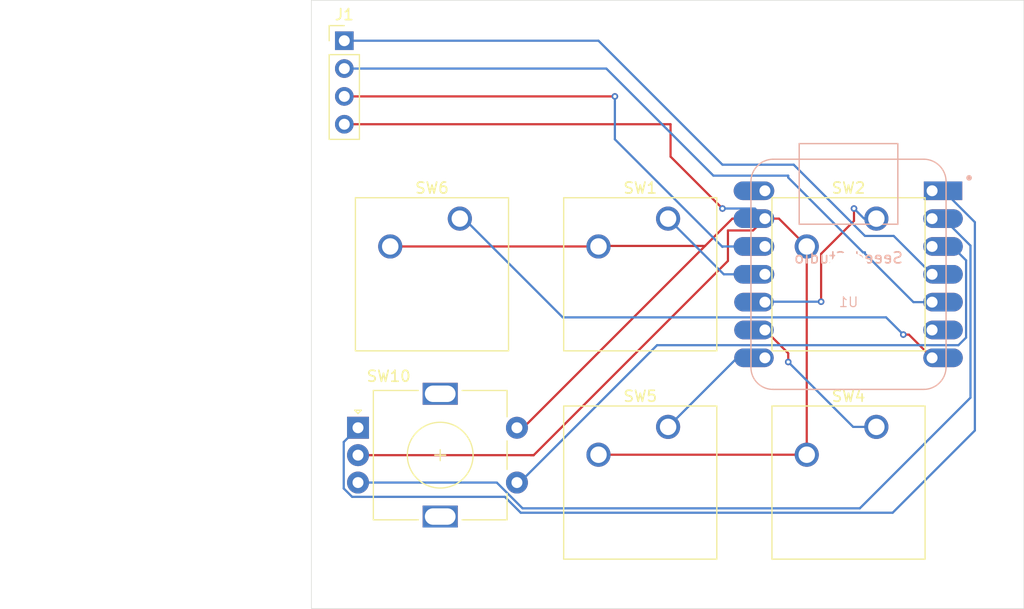
<source format=kicad_pcb>
(kicad_pcb (version 20241229) (generator "pcbnew") (generator_version "9.0")
  (layers (0 "F.Cu" signal) (2 "B.Cu" signal) (13 "F.Paste" user) (15 "B.Paste" user) (5 "F.SilkS" user "F.Silkscreen") (7 "B.SilkS" user "B.Silkscreen") (1 "F.Mask" user) (3 "B.Mask" user) (25 "Edge.Cuts" user))
  (net 0 "")
  (net 1 "Net-(U1-PA6_A10_D10_MOSI)")
  (net 2 "GND")
  (net 3 "Net-(U1-PA5_A9_D9_MISO)")
  (net 4 "Net-(U1-PA7_A8_D8_SCK)")
  (net 5 "Net-(U1-PB09_A7_D7_RX)")
  (net 6 "Net-(U1-PB08_A6_D6_TX)")
  (net 8 "Net-(U1-PA02_A0_D0)")
  (net 9 "Net-(U1-PA4_A1_D1)")
  (net 10 "Net-(U1-PA10_A2_D2)")
  (footprint "Button_Switch_Keyboard:SW_Cherry_MX_1.00u_PCB" (layer "F.Cu") (at 105.54 57.92)
    (property "Reference" "SW6" (at -2.54 -2.794 0) (layer "F.SilkS"))
    (property "Value" "SW_Push")
    (fp_line (start -9.525 -1.905) (end 4.445 -1.905) (stroke (width 0.12)) (layer "F.SilkS"))
    (fp_line (start -9.525 12.065) (end -9.525 -1.905) (stroke (width 0.12)) (layer "F.SilkS"))
    (fp_line (start 4.445 -1.905) (end 4.445 12.065) (stroke (width 0.12)) (layer "F.SilkS"))
    (fp_line (start 4.445 12.065) (end -9.525 12.065) (stroke (width 0.12)) (layer "F.SilkS"))
    (pad "" np_thru_hole circle (at -7.62 5.08) (size 1.7 1.7) (drill 1.7) (layers "*.Cu" "*.Mask"))
    (pad "" np_thru_hole circle (at -2.54 5.08) (size 4 4) (drill 4) (layers "*.Cu" "*.Mask"))
    (pad "" np_thru_hole circle (at 2.54 5.08) (size 1.7 1.7) (drill 1.7) (layers "*.Cu" "*.Mask"))
    (pad "1" thru_hole circle (at 0 0) (size 2.2 2.2) (drill 1.5) (layers "*.Cu" "*.Mask") (net 6 "Net-(U1-PB08_A6_D6_TX)"))
    (pad "2" thru_hole circle (at -6.35 2.54) (size 2.2 2.2) (drill 1.5) (layers "*.Cu" "*.Mask") (net 2 "GND"))
  )
  (footprint "Button_Switch_Keyboard:SW_Cherry_MX_1.00u_PCB" (layer "F.Cu") (at 124.54 57.92)
    (property "Reference" "SW1" (at -2.54 -2.794 0) (layer "F.SilkS"))
    (property "Value" "SW_Push")
    (fp_line (start -9.525 -1.905) (end 4.445 -1.905) (stroke (width 0.12)) (layer "F.SilkS"))
    (fp_line (start -9.525 12.065) (end -9.525 -1.905) (stroke (width 0.12)) (layer "F.SilkS"))
    (fp_line (start 4.445 -1.905) (end 4.445 12.065) (stroke (width 0.12)) (layer "F.SilkS"))
    (fp_line (start 4.445 12.065) (end -9.525 12.065) (stroke (width 0.12)) (layer "F.SilkS"))
    (pad "" np_thru_hole circle (at -7.62 5.08) (size 1.7 1.7) (drill 1.7) (layers "*.Cu" "*.Mask"))
    (pad "" np_thru_hole circle (at -2.54 5.08) (size 4 4) (drill 4) (layers "*.Cu" "*.Mask"))
    (pad "" np_thru_hole circle (at 2.54 5.08) (size 1.7 1.7) (drill 1.7) (layers "*.Cu" "*.Mask"))
    (pad "1" thru_hole circle (at 0 0) (size 2.2 2.2) (drill 1.5) (layers "*.Cu" "*.Mask") (net 1 "Net-(U1-PA6_A10_D10_MOSI)"))
    (pad "2" thru_hole circle (at -6.35 2.54) (size 2.2 2.2) (drill 1.5) (layers "*.Cu" "*.Mask") (net 2 "GND"))
  )
  (footprint "Button_Switch_Keyboard:SW_Cherry_MX_1.00u_PCB" (layer "F.Cu") (at 143.54 76.92)
    (property "Reference" "SW4" (at -2.54 -2.794 0) (layer "F.SilkS"))
    (property "Value" "SW_Push")
    (fp_line (start -9.525 -1.905) (end 4.445 -1.905) (stroke (width 0.12)) (layer "F.SilkS"))
    (fp_line (start -9.525 12.065) (end -9.525 -1.905) (stroke (width 0.12)) (layer "F.SilkS"))
    (fp_line (start 4.445 -1.905) (end 4.445 12.065) (stroke (width 0.12)) (layer "F.SilkS"))
    (fp_line (start 4.445 12.065) (end -9.525 12.065) (stroke (width 0.12)) (layer "F.SilkS"))
    (pad "" np_thru_hole circle (at -7.62 5.08) (size 1.7 1.7) (drill 1.7) (layers "*.Cu" "*.Mask"))
    (pad "" np_thru_hole circle (at -2.54 5.08) (size 4 4) (drill 4) (layers "*.Cu" "*.Mask"))
    (pad "" np_thru_hole circle (at 2.54 5.08) (size 1.7 1.7) (drill 1.7) (layers "*.Cu" "*.Mask"))
    (pad "1" thru_hole circle (at 0 0) (size 2.2 2.2) (drill 1.5) (layers "*.Cu" "*.Mask") (net 4 "Net-(U1-PA7_A8_D8_SCK)"))
    (pad "2" thru_hole circle (at -6.35 2.54) (size 2.2 2.2) (drill 1.5) (layers "*.Cu" "*.Mask") (net 2 "GND"))
  )
  (footprint "Connector_PinHeader_2.54mm:PinHeader_1x04_P2.54mm_Vertical" (layer "F.Cu") (at 95 41.69)
    (property "Reference" "J1" (at 0 -2.38 0) (layer "F.SilkS"))
    (property "Value" "Conn_01x04_MountingPin")
    (fp_line (start -1.38 -1.38) (end 0 -1.38) (stroke (width 0.12)) (layer "F.SilkS"))
    (fp_line (start -1.38 0) (end -1.38 -1.38) (stroke (width 0.12)) (layer "F.SilkS"))
    (fp_line (start -1.38 1.27) (end -1.38 9) (stroke (width 0.12)) (layer "F.SilkS"))
    (fp_line (start -1.38 1.27) (end 1.38 1.27) (stroke (width 0.12)) (layer "F.SilkS"))
    (fp_line (start -1.38 9) (end 1.38 9) (stroke (width 0.12)) (layer "F.SilkS"))
    (fp_line (start 1.38 1.27) (end 1.38 9) (stroke (width 0.12)) (layer "F.SilkS"))
    (pad "1" thru_hole rect (at 0 0) (size 1.7 1.7) (drill 1) (layers "*.Cu" "*.Mask") (net 2 "GND"))
    (pad "2" thru_hole circle (at 0 2.54) (size 1.7 1.7) (drill 1) (layers "*.Cu" "*.Mask") (net 2 "GND"))
    (pad "3" thru_hole circle (at 0 5.08) (size 1.7 1.7) (drill 1) (layers "*.Cu" "*.Mask") (net 2 "GND"))
    (pad "4" thru_hole circle (at 0 7.62) (size 1.7 1.7) (drill 1) (layers "*.Cu" "*.Mask") (net 2 "GND"))
  )
  (footprint "Button_Switch_Keyboard:SW_Cherry_MX_1.00u_PCB" (layer "F.Cu") (at 124.54 76.92)
    (property "Reference" "SW5" (at -2.54 -2.794 0) (layer "F.SilkS"))
    (property "Value" "SW_Push")
    (fp_line (start -9.525 -1.905) (end 4.445 -1.905) (stroke (width 0.12)) (layer "F.SilkS"))
    (fp_line (start -9.525 12.065) (end -9.525 -1.905) (stroke (width 0.12)) (layer "F.SilkS"))
    (fp_line (start 4.445 -1.905) (end 4.445 12.065) (stroke (width 0.12)) (layer "F.SilkS"))
    (fp_line (start 4.445 12.065) (end -9.525 12.065) (stroke (width 0.12)) (layer "F.SilkS"))
    (pad "" np_thru_hole circle (at -7.62 5.08) (size 1.7 1.7) (drill 1.7) (layers "*.Cu" "*.Mask"))
    (pad "" np_thru_hole circle (at -2.54 5.08) (size 4 4) (drill 4) (layers "*.Cu" "*.Mask"))
    (pad "" np_thru_hole circle (at 2.54 5.08) (size 1.7 1.7) (drill 1.7) (layers "*.Cu" "*.Mask"))
    (pad "1" thru_hole circle (at 0 0) (size 2.2 2.2) (drill 1.5) (layers "*.Cu" "*.Mask") (net 5 "Net-(U1-PB09_A7_D7_RX)"))
    (pad "2" thru_hole circle (at -6.35 2.54) (size 2.2 2.2) (drill 1.5) (layers "*.Cu" "*.Mask") (net 2 "GND"))
  )
  (footprint "Button_Switch_Keyboard:SW_Cherry_MX_1.00u_PCB" (layer "F.Cu") (at 143.54 57.92)
    (property "Reference" "SW2" (at -2.54 -2.794 0) (layer "F.SilkS"))
    (property "Value" "SW_Push")
    (fp_line (start -9.525 -1.905) (end 4.445 -1.905) (stroke (width 0.12)) (layer "F.SilkS"))
    (fp_line (start -9.525 12.065) (end -9.525 -1.905) (stroke (width 0.12)) (layer "F.SilkS"))
    (fp_line (start 4.445 -1.905) (end 4.445 12.065) (stroke (width 0.12)) (layer "F.SilkS"))
    (fp_line (start 4.445 12.065) (end -9.525 12.065) (stroke (width 0.12)) (layer "F.SilkS"))
    (pad "" np_thru_hole circle (at -7.62 5.08) (size 1.7 1.7) (drill 1.7) (layers "*.Cu" "*.Mask"))
    (pad "" np_thru_hole circle (at -2.54 5.08) (size 4 4) (drill 4) (layers "*.Cu" "*.Mask"))
    (pad "" np_thru_hole circle (at 2.54 5.08) (size 1.7 1.7) (drill 1.7) (layers "*.Cu" "*.Mask"))
    (pad "1" thru_hole circle (at 0 0) (size 2.2 2.2) (drill 1.5) (layers "*.Cu" "*.Mask") (net 3 "Net-(U1-PA5_A9_D9_MISO)"))
    (pad "2" thru_hole circle (at -6.35 2.54) (size 2.2 2.2) (drill 1.5) (layers "*.Cu" "*.Mask") (net 2 "GND"))
  )
  (footprint "Rotary_Encoder:RotaryEncoder_Alps_EC11E-Switch_Vertical_H20mm" (layer "F.Cu") (at 96.25 77)
    (property "Reference" "SW10" (at 2.8 -4.7 0) (layer "F.SilkS"))
    (property "Value" "RotaryEncoder_Switch")
    (fp_line (start -0.3 -1.6) (end 0.3 -1.6) (stroke (width 0.12)) (layer "F.SilkS"))
    (fp_line (start 0 -1.3) (end -0.3 -1.6) (stroke (width 0.12)) (layer "F.SilkS"))
    (fp_line (start 0.3 -1.6) (end 0 -1.3) (stroke (width 0.12)) (layer "F.SilkS"))
    (fp_line (start 1.4 -3.4) (end 1.4 8.4) (stroke (width 0.12)) (layer "F.SilkS"))
    (fp_line (start 5.5 -3.4) (end 1.4 -3.4) (stroke (width 0.12)) (layer "F.SilkS"))
    (fp_line (start 5.5 8.4) (end 1.4 8.4) (stroke (width 0.12)) (layer "F.SilkS"))
    (fp_line (start 7 2.5) (end 8 2.5) (stroke (width 0.12)) (layer "F.SilkS"))
    (fp_line (start 7.5 2) (end 7.5 3) (stroke (width 0.12)) (layer "F.SilkS"))
    (fp_line (start 9.5 -3.4) (end 13.6 -3.4) (stroke (width 0.12)) (layer "F.SilkS"))
    (fp_line (start 13.6 -3.4) (end 13.6 -1) (stroke (width 0.12)) (layer "F.SilkS"))
    (fp_line (start 13.6 1.2) (end 13.6 3.8) (stroke (width 0.12)) (layer "F.SilkS"))
    (fp_line (start 13.6 6) (end 13.6 8.4) (stroke (width 0.12)) (layer "F.SilkS"))
    (fp_line (start 13.6 8.4) (end 9.5 8.4) (stroke (width 0.12)) (layer "F.SilkS"))
    (fp_circle (center 7.5 2.5) (end 10.5 2.5) (stroke (width 0.12)) (fill no) (layer "F.SilkS"))
    (pad "A" thru_hole rect (at 0 0) (size 2 2) (drill 1) (layers "*.Cu" "*.Mask") (net 8 "Net-(U1-PA02_A0_D0)"))
    (pad "B" thru_hole circle (at 0 5) (size 2 2) (drill 1) (layers "*.Cu" "*.Mask") (net 9 "Net-(U1-PA4_A1_D1)"))
    (pad "C" thru_hole circle (at 0 2.5) (size 2 2) (drill 1) (layers "*.Cu" "*.Mask") (net 2 "GND"))
    (pad "MP" thru_hole rect (at 7.5 -3.1) (size 3.2 2) (drill oval 2.8 1.5) (layers "*.Cu" "*.Mask"))
    (pad "MP" thru_hole rect (at 7.5 8.1) (size 3.2 2) (drill oval 2.8 1.5) (layers "*.Cu" "*.Mask"))
    (pad "S1" thru_hole circle (at 14.5 5) (size 2 2) (drill 1) (layers "*.Cu" "*.Mask") (net 10 "Net-(U1-PA10_A2_D2)"))
    (pad "S2" thru_hole circle (at 14.5 0) (size 2 2) (drill 1) (layers "*.Cu" "*.Mask") (net 2 "GND"))
  )
  (footprint "footprints:XIAO-Generic-Hybrid-14P-2.54-21X17.8MM" (layer "B.Cu") (at 141 63 180)
    (property "Reference" "U1" (at 0 -2.54 0) (layer "B.SilkS") (effects (font (size 0.889 0.889) (thickness 0.1016)) (justify mirror)))
    (property "Value" "MOUDLE-SEEEDUINO-XIAO" (hide yes))
    (fp_line (start 8.9 -8.5) (end 8.9 8.5) (stroke (width 0.127)) (layer "B.SilkS"))
    (fp_line (start 6.9 10.49909) (end -6.9 10.49909) (stroke (width 0.127)) (layer "B.SilkS"))
    (fp_line (start 4.5 11.92403) (end 4.5 4.57073) (stroke (width 0.127)) (layer "B.SilkS"))
    (fp_line (start 4.5 4.57073) (end -4.5 4.57073) (stroke (width 0.127)) (layer "B.SilkS"))
    (fp_line (start -4.5 11.92403) (end 4.5 11.92403) (stroke (width 0.127)) (layer "B.SilkS"))
    (fp_line (start -4.5 4.57073) (end -4.5 11.92403) (stroke (width 0.127)) (layer "B.SilkS"))
    (fp_line (start -6.9 -10.5) (end 6.9 -10.5) (stroke (width 0.127)) (layer "B.SilkS"))
    (fp_line (start -8.9 8.5) (end -8.9 -8.5) (stroke (width 0.127)) (layer "B.SilkS"))
    (fp_arc (start 8.9 8.5) (mid 8.301492 9.901492) (end 6.9 10.5) (stroke (width 0.12)) (layer "B.SilkS"))
    (fp_arc (start 6.9 -10.5) (mid 8.314214 -9.914214) (end 8.9 -8.5) (stroke (width 0.12)) (layer "B.SilkS"))
    (fp_arc (start -6.9 10.5) (mid -8.301491 9.901491) (end -8.9 8.5) (stroke (width 0.12)) (layer "B.SilkS"))
    (fp_arc (start -8.9 -8.5) (mid -8.301423 -9.901423) (end -6.9 -10.5) (stroke (width 0.12)) (layer "B.SilkS"))
    (fp_circle (center -11 8.8) (end -11 9.054) (fill yes) (layer "B.SilkS"))
    (fp_poly (pts (xy -8.887715 8.561705) (xy -8.884667 8.610473) (xy -8.880603 8.659494)) (stroke (width 0.0254)) (fill no) (layer "B.SilkS"))
    (fp_poly (pts (xy 8.889492 -8.521574) (xy 8.887713 -8.57085) (xy 8.884665 -8.619618) (xy 8.880601 -8.668639) (xy 8.875268 -8.717407) (xy 8.868664 -8.766175) (xy 8.861044 -8.81469) (xy 8.852153 -8.86295) (xy 8.842248 -8.910955)) (stroke (width 0.0254)) (fill no) (layer "B.SilkS"))
    (fp_text user "Seeed Studio" (at 0 1.5 0) (layer "B.SilkS") (effects (justify mirror)))
    (fp_text user "XIAO" (at 0 -0.5 0) (layer "B.SilkS") (effects (justify mirror)))
    (pad "1" thru_hole rect (at -7.625 7.62 180) (size 3.5 1.7) (drill 1 (offset -1 0)) (layers "*.Cu" "*.Mask") (net 8 "Net-(U1-PA02_A0_D0)"))
    (pad "2" thru_hole oval (at -7.625 5.08 180) (size 3.6 1.7) (drill 1 (offset -1 0)) (layers "*.Cu" "*.Mask") (net 9 "Net-(U1-PA4_A1_D1)"))
    (pad "3" thru_hole oval (at -7.625 2.54 180) (size 3.6 1.7) (drill 1 (offset -1 0)) (layers "*.Cu" "*.Mask") (net 10 "Net-(U1-PA10_A2_D2)"))
    (pad "4" thru_hole oval (at -7.625 0 180) (size 3.6 1.7) (drill 1 (offset -1 0)) (layers "*.Cu" "*.Mask") (net 2 "GND"))
    (pad "5" thru_hole oval (at -7.625 -2.54 180) (size 3.6 1.7) (drill 1 (offset -1 0)) (layers "*.Cu" "*.Mask") (net 2 "GND"))
    (pad "6" thru_hole oval (at -7.625 -5.08) (size 3.6 1.7) (drill 1 (offset 1 0)) (layers "*.Cu" "*.Mask"))
    (pad "7" thru_hole oval (at -7.625 -7.62 180) (size 3.6 1.7) (drill 1 (offset -1 0)) (layers "*.Cu" "*.Mask") (net 6 "Net-(U1-PB08_A6_D6_TX)"))
    (pad "8" thru_hole oval (at 7.625 -7.62 180) (size 3.6 1.7) (drill 1 (offset 1 0)) (layers "*.Cu" "*.Mask") (net 5 "Net-(U1-PB09_A7_D7_RX)"))
    (pad "9" thru_hole oval (at 7.625 -5.08 180) (size 3.6 1.7) (drill 1 (offset 1 0)) (layers "*.Cu" "*.Mask") (net 4 "Net-(U1-PA7_A8_D8_SCK)"))
    (pad "10" thru_hole oval (at 7.625 -2.54 180) (size 3.6 1.7) (drill 1 (offset 1 0)) (layers "*.Cu" "*.Mask") (net 3 "Net-(U1-PA5_A9_D9_MISO)"))
    (pad "11" thru_hole oval (at 7.625 0 180) (size 3.7 1.7) (drill 1 (offset 1 0)) (layers "*.Cu" "*.Mask") (net 1 "Net-(U1-PA6_A10_D10_MOSI)"))
    (pad "12" thru_hole oval (at 7.625 2.54 180) (size 3.7 1.7) (drill 1 (offset 1 0)) (layers "*.Cu" "*.Mask") (net 2 "GND"))
    (pad "13" thru_hole oval (at 7.625 5.08 180) (size 3.7 1.7) (drill 1 (offset 1 0)) (layers "*.Cu" "*.Mask") (net 2 "GND"))
    (pad "14" thru_hole oval (at 7.625 7.62 180) (size 3.7 1.7) (drill 1 (offset 1 0)) (layers "*.Cu" "*.Mask") (net 2 "GND"))
  )
  (gr_rect (start 92 38) (end 157 93.5) (stroke (width 0.05)) (fill no) (layer "Edge.Cuts"))
  (segment (start 124.54 57.92) (end 129.62 63) (width 0.2) (layer "B.Cu") (net 1))
  (segment (start 129.62 63) (end 133.375 63) (width 0.2) (layer "B.Cu") (net 1))
  (segment (start 132.295 59) (end 133.375 57.92) (width 0.2) (layer "F.Cu") (net 2))
  (segment (start 95 49.31) (end 124.765 49.31) (width 0.2) (layer "F.Cu") (net 2))
  (segment (start 130 61.77847) (end 130 59) (width 0.2) (layer "F.Cu") (net 2))
  (segment (start 112.27847 79.5) (end 130 61.77847) (width 0.2) (layer "F.Cu") (net 2))
  (segment (start 118.237592 60.412408) (end 127.912408 60.412408) (width 0.2) (layer "F.Cu") (net 2))
  (segment (start 124.765 52.265) (end 129.5 57) (width 0.2) (layer "F.Cu") (net 2))
  (segment (start 124.765 49.31) (end 124.765 52.265) (width 0.2) (layer "F.Cu") (net 2))
  (segment (start 110.75 77) (end 111.324816 77) (width 0.2) (layer "F.Cu") (net 2))
  (segment (start 99.19 60.46) (end 118.19 60.46) (width 0.2) (layer "F.Cu") (net 2))
  (segment (start 96.25 79.5) (end 112.27847 79.5) (width 0.2) (layer "F.Cu") (net 2))
  (segment (start 137.19 79.46) (end 137.19 60.46) (width 0.2) (layer "F.Cu") (net 2))
  (segment (start 95 46.77) (end 119.685 46.77) (width 0.2) (layer "F.Cu") (net 2))
  (segment (start 137.19 79.46) (end 118.19 79.46) (width 0.2) (layer "F.Cu") (net 2))
  (segment (start 134.65 57.92) (end 133.375 57.92) (width 0.2) (layer "F.Cu") (net 2))
  (segment (start 112.27847 79.5) (end 112 79.5) (width 0.2) (layer "F.Cu") (net 2))
  (segment (start 127.912408 60.412408) (end 130.404816 57.92) (width 0.2) (layer "F.Cu") (net 2))
  (segment (start 137.19 60.46) (end 134.65 57.92) (width 0.2) (layer "F.Cu") (net 2))
  (segment (start 118.19 60.46) (end 118.237592 60.412408) (width 0.2) (layer "F.Cu") (net 2))
  (segment (start 133.375 58.40347) (end 133.375 57.92) (width 0.2) (layer "F.Cu") (net 2))
  (segment (start 130 59) (end 132.295 59) (width 0.2) (layer "F.Cu") (net 2))
  (segment (start 111.324816 77) (end 127.912408 60.412408) (width 0.2) (layer "F.Cu") (net 2))
  (segment (start 133.375 57.92) (end 130.404816 57.92) (width 0.2) (layer "F.Cu") (net 2))
  (via (at 129.5 57) (size 0.6) (drill 0.3) (layers "F.Cu" "B.Cu") (net 2))
  (via (at 119.685 46.77) (size 0.6) (drill 0.3) (layers "F.Cu" "B.Cu") (net 2))
  (segment (start 135.5 54) (end 135.5 54.175184) (width 0.2) (layer "B.Cu") (net 2))
  (segment (start 128.675184 54) (end 135.5 54) (width 0.2) (layer "B.Cu") (net 2))
  (segment (start 145.125 59.5) (end 148.625 63) (width 0.2) (layer "B.Cu") (net 2))
  (segment (start 136 53) (end 142.5 59.5) (width 0.2) (layer "B.Cu") (net 2))
  (segment (start 142.5 61) (end 142.5 61.11847) (width 0.2) (layer "B.Cu") (net 2))
  (segment (start 142.324816 61) (end 142.5 61) (width 0.2) (layer "B.Cu") (net 2))
  (segment (start 146.92153 65.54) (end 148.625 65.54) (width 0.2) (layer "B.Cu") (net 2))
  (segment (start 129.5 53) (end 136 53) (width 0.2) (layer "B.Cu") (net 2))
  (segment (start 129.54 60.46) (end 133.375 60.46) (width 0.2) (layer "B.Cu") (net 2))
  (segment (start 129.5 57) (end 132.455 57) (width 0.2) (layer "B.Cu") (net 2))
  (segment (start 95 44.23) (end 118.905184 44.23) (width 0.2) (layer "B.Cu") (net 2))
  (segment (start 142.5 61.11847) (end 146.92153 65.54) (width 0.2) (layer "B.Cu") (net 2))
  (segment (start 95 41.69) (end 118.19 41.69) (width 0.2) (layer "B.Cu") (net 2))
  (segment (start 118.19 41.69) (end 129.5 53) (width 0.2) (layer "B.Cu") (net 2))
  (segment (start 118.905184 44.23) (end 128.675184 54) (width 0.2) (layer "B.Cu") (net 2))
  (segment (start 119.685 50.685) (end 129.5 60.5) (width 0.2) (layer "B.Cu") (net 2))
  (segment (start 142.5 59.5) (end 145.125 59.5) (width 0.2) (layer "B.Cu") (net 2))
  (segment (start 129.5 60.5) (end 129.54 60.46) (width 0.2) (layer "B.Cu") (net 2))
  (segment (start 132.455 57) (end 133.375 57.92) (width 0.2) (layer "B.Cu") (net 2))
  (segment (start 119.685 46.77) (end 119.685 50.685) (width 0.2) (layer "B.Cu") (net 2))
  (segment (start 135.5 54.175184) (end 142.324816 61) (width 0.2) (layer "B.Cu") (net 2))
  (segment (start 141.5 57) (end 141.5 58.131314) (width 0.2) (layer "F.Cu") (net 3))
  (segment (start 141.5 58.131314) (end 138.5 61.131314) (width 0.2) (layer "F.Cu") (net 3))
  (segment (start 138.5 61.131314) (end 138.5 65.5) (width 0.2) (layer "F.Cu") (net 3))
  (via (at 138.5 65.5) (size 0.6) (drill 0.3) (layers "F.Cu" "B.Cu") (net 3))
  (via (at 141.5 57) (size 0.6) (drill 0.3) (layers "F.Cu" "B.Cu") (net 3))
  (segment (start 142.42 57.92) (end 141.5 57) (width 0.2) (layer "B.Cu") (net 3))
  (segment (start 133.415 65.5) (end 133.375 65.54) (width 0.2) (layer "B.Cu") (net 3))
  (segment (start 138.5 65.5) (end 133.415 65.5) (width 0.2) (layer "B.Cu") (net 3))
  (segment (start 135.5 71) (end 135.5 70.205) (width 0.2) (layer "F.Cu") (net 4))
  (segment (start 135.5 70.205) (end 133.375 68.08) (width 0.2) (layer "F.Cu") (net 4))
  (via (at 135.5 71) (size 0.6) (drill 0.3) (layers "F.Cu" "B.Cu") (net 4))
  (segment (start 141.42 76.92) (end 135.5 71) (width 0.2) (layer "B.Cu") (net 4))
  (segment (start 143.54 76.92) (end 141.42 76.92) (width 0.2) (layer "B.Cu") (net 4))
  (segment (start 130.84 70.62) (end 133.375 70.62) (width 0.2) (layer "B.Cu") (net 5))
  (segment (start 124.54 76.92) (end 130.84 70.62) (width 0.2) (layer "B.Cu") (net 5))
  (segment (start 146.505 68.5) (end 148.625 70.62) (width 0.2) (layer "F.Cu") (net 6))
  (segment (start 146 68.5) (end 146.505 68.5) (width 0.2) (layer "F.Cu") (net 6))
  (via (at 146 68.5) (size 0.6) (drill 0.3) (layers "F.Cu" "B.Cu") (net 6))
  (segment (start 106 58) (end 114.929 66.929) (width 0.2) (layer "B.Cu") (net 6))
  (segment (start 105.54 57.92) (end 105.92 57.92) (width 0.2) (layer "B.Cu") (net 6))
  (segment (start 105.92 57.92) (end 106 58) (width 0.2) (layer "B.Cu") (net 6))
  (segment (start 144.429 66.929) (end 146 68.5) (width 0.2) (layer "B.Cu") (net 6))
  (segment (start 114.929 66.929) (end 144.429 66.929) (width 0.2) (layer "B.Cu") (net 6))
  (segment (start 152.528 58.24524) (end 149.66276 55.38) (width 0.2) (layer "B.Cu") (net 8))
  (segment (start 149.66276 55.38) (end 148.625 55.38) (width 0.2) (layer "B.Cu") (net 8))
  (segment (start 95.711108 83.301) (end 109.644008 83.301) (width 0.2) (layer "B.Cu") (net 8))
  (segment (start 145.02647 84.752) (end 152.528 77.25047) (width 0.2) (layer "B.Cu") (net 8))
  (segment (start 94.949 82.538892) (end 95.711108 83.301) (width 0.2) (layer "B.Cu") (net 8))
  (segment (start 111.095008 84.752) (end 145.02647 84.752) (width 0.2) (layer "B.Cu") (net 8))
  (segment (start 94.949 78.301) (end 94.949 82.538892) (width 0.2) (layer "B.Cu") (net 8))
  (segment (start 109.644008 83.301) (end 111.095008 84.752) (width 0.2) (layer "B.Cu") (net 8))
  (segment (start 96.25 77) (end 94.949 78.301) (width 0.2) (layer "B.Cu") (net 8))
  (segment (start 152.528 77.25047) (end 152.528 58.24524) (width 0.2) (layer "B.Cu") (net 8))
  (segment (start 96.25 82) (end 108.910108 82) (width 0.2) (layer "B.Cu") (net 9))
  (segment (start 149.66276 57.92) (end 148.625 57.92) (width 0.2) (layer "B.Cu") (net 9))
  (segment (start 152.127 74.25453) (end 152.127 60.38424) (width 0.2) (layer "B.Cu") (net 9))
  (segment (start 152.127 60.38424) (end 149.66276 57.92) (width 0.2) (layer "B.Cu") (net 9))
  (segment (start 142.03053 84.351) (end 152.127 74.25453) (width 0.2) (layer "B.Cu") (net 9))
  (segment (start 111.261108 84.351) (end 142.03053 84.351) (width 0.2) (layer "B.Cu") (net 9))
  (segment (start 108.910108 82) (end 111.261108 84.351) (width 0.2) (layer "B.Cu") (net 9))
  (segment (start 151.031 69.469) (end 151.726 68.774) (width 0.2) (layer "B.Cu") (net 10))
  (segment (start 150.46 60.46) (end 148.625 60.46) (width 0.2) (layer "B.Cu") (net 10))
  (segment (start 110.75 82.25) (end 123.531 69.469) (width 0.2) (layer "B.Cu") (net 10))
  (segment (start 151.726 61.726) (end 150.46 60.46) (width 0.2) (layer "B.Cu") (net 10))
  (segment (start 110.75 82) (end 110.75 82.25) (width 0.2) (layer "B.Cu") (net 10))
  (segment (start 151.726 68.774) (end 151.726 61.726) (width 0.2) (layer "B.Cu") (net 10))
  (segment (start 123.531 69.469) (end 151.031 69.469) (width 0.2) (layer "B.Cu") (net 10))
)
</source>
